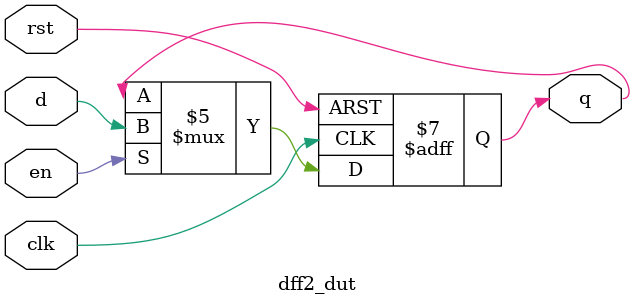
<source format=v>


module dff2_dut(d, clk, rst, en, q);
input d, clk, rst, en;
output q;
wire d, clk, rst, en;
reg q;

always@(posedge clk or posedge rst)
begin
    if(rst == 1)
    begin
    q <= 0;
    end
    else
    begin
        if(en == 1)
        begin
            q <= d;
        end
        else
        begin
            q <= q;
        end
    end
end
endmodule

</source>
